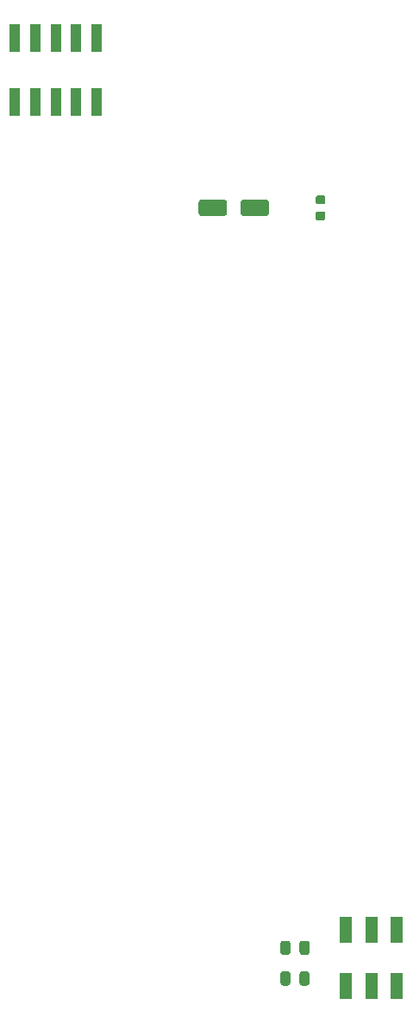
<source format=gbr>
G04 #@! TF.GenerationSoftware,KiCad,Pcbnew,(5.1.6-0-10_14)*
G04 #@! TF.CreationDate,2020-08-08T16:49:36-04:00*
G04 #@! TF.ProjectId,business-card-v4-programmer-board-pcb,62757369-6e65-4737-932d-636172642d76,rev?*
G04 #@! TF.SameCoordinates,Original*
G04 #@! TF.FileFunction,Paste,Top*
G04 #@! TF.FilePolarity,Positive*
%FSLAX46Y46*%
G04 Gerber Fmt 4.6, Leading zero omitted, Abs format (unit mm)*
G04 Created by KiCad (PCBNEW (5.1.6-0-10_14)) date 2020-08-08 16:49:36*
%MOMM*%
%LPD*%
G01*
G04 APERTURE LIST*
%ADD10R,1.200000X2.500000*%
%ADD11R,1.000000X2.750000*%
G04 APERTURE END LIST*
D10*
X166000000Y-151750000D03*
X163500000Y-151750000D03*
X161000000Y-151750000D03*
X161000000Y-157250000D03*
X163500000Y-157250000D03*
X166000000Y-157250000D03*
D11*
X128500000Y-64375000D03*
X128500000Y-70625000D03*
X130500000Y-64375000D03*
X130500000Y-70625000D03*
X132500000Y-64375000D03*
X132500000Y-70625000D03*
X134500000Y-64375000D03*
X134500000Y-70625000D03*
X136500000Y-64375000D03*
X136500000Y-70625000D03*
G36*
G01*
X155550000Y-153043750D02*
X155550000Y-153956250D01*
G75*
G02*
X155306250Y-154200000I-243750J0D01*
G01*
X154818750Y-154200000D01*
G75*
G02*
X154575000Y-153956250I0J243750D01*
G01*
X154575000Y-153043750D01*
G75*
G02*
X154818750Y-152800000I243750J0D01*
G01*
X155306250Y-152800000D01*
G75*
G02*
X155550000Y-153043750I0J-243750D01*
G01*
G37*
G36*
G01*
X157425000Y-153043750D02*
X157425000Y-153956250D01*
G75*
G02*
X157181250Y-154200000I-243750J0D01*
G01*
X156693750Y-154200000D01*
G75*
G02*
X156450000Y-153956250I0J243750D01*
G01*
X156450000Y-153043750D01*
G75*
G02*
X156693750Y-152800000I243750J0D01*
G01*
X157181250Y-152800000D01*
G75*
G02*
X157425000Y-153043750I0J-243750D01*
G01*
G37*
G36*
G01*
X156450000Y-156956250D02*
X156450000Y-156043750D01*
G75*
G02*
X156693750Y-155800000I243750J0D01*
G01*
X157181250Y-155800000D01*
G75*
G02*
X157425000Y-156043750I0J-243750D01*
G01*
X157425000Y-156956250D01*
G75*
G02*
X157181250Y-157200000I-243750J0D01*
G01*
X156693750Y-157200000D01*
G75*
G02*
X156450000Y-156956250I0J243750D01*
G01*
G37*
G36*
G01*
X154575000Y-156956250D02*
X154575000Y-156043750D01*
G75*
G02*
X154818750Y-155800000I243750J0D01*
G01*
X155306250Y-155800000D01*
G75*
G02*
X155550000Y-156043750I0J-243750D01*
G01*
X155550000Y-156956250D01*
G75*
G02*
X155306250Y-157200000I-243750J0D01*
G01*
X154818750Y-157200000D01*
G75*
G02*
X154575000Y-156956250I0J243750D01*
G01*
G37*
G36*
G01*
X158243750Y-81350000D02*
X158756250Y-81350000D01*
G75*
G02*
X158975000Y-81568750I0J-218750D01*
G01*
X158975000Y-82006250D01*
G75*
G02*
X158756250Y-82225000I-218750J0D01*
G01*
X158243750Y-82225000D01*
G75*
G02*
X158025000Y-82006250I0J218750D01*
G01*
X158025000Y-81568750D01*
G75*
G02*
X158243750Y-81350000I218750J0D01*
G01*
G37*
G36*
G01*
X158243750Y-79775000D02*
X158756250Y-79775000D01*
G75*
G02*
X158975000Y-79993750I0J-218750D01*
G01*
X158975000Y-80431250D01*
G75*
G02*
X158756250Y-80650000I-218750J0D01*
G01*
X158243750Y-80650000D01*
G75*
G02*
X158025000Y-80431250I0J218750D01*
G01*
X158025000Y-79993750D01*
G75*
G02*
X158243750Y-79775000I218750J0D01*
G01*
G37*
G36*
G01*
X150675000Y-81550000D02*
X150675000Y-80450000D01*
G75*
G02*
X150925000Y-80200000I250000J0D01*
G01*
X153200000Y-80200000D01*
G75*
G02*
X153450000Y-80450000I0J-250000D01*
G01*
X153450000Y-81550000D01*
G75*
G02*
X153200000Y-81800000I-250000J0D01*
G01*
X150925000Y-81800000D01*
G75*
G02*
X150675000Y-81550000I0J250000D01*
G01*
G37*
G36*
G01*
X146550000Y-81550000D02*
X146550000Y-80450000D01*
G75*
G02*
X146800000Y-80200000I250000J0D01*
G01*
X149075000Y-80200000D01*
G75*
G02*
X149325000Y-80450000I0J-250000D01*
G01*
X149325000Y-81550000D01*
G75*
G02*
X149075000Y-81800000I-250000J0D01*
G01*
X146800000Y-81800000D01*
G75*
G02*
X146550000Y-81550000I0J250000D01*
G01*
G37*
M02*

</source>
